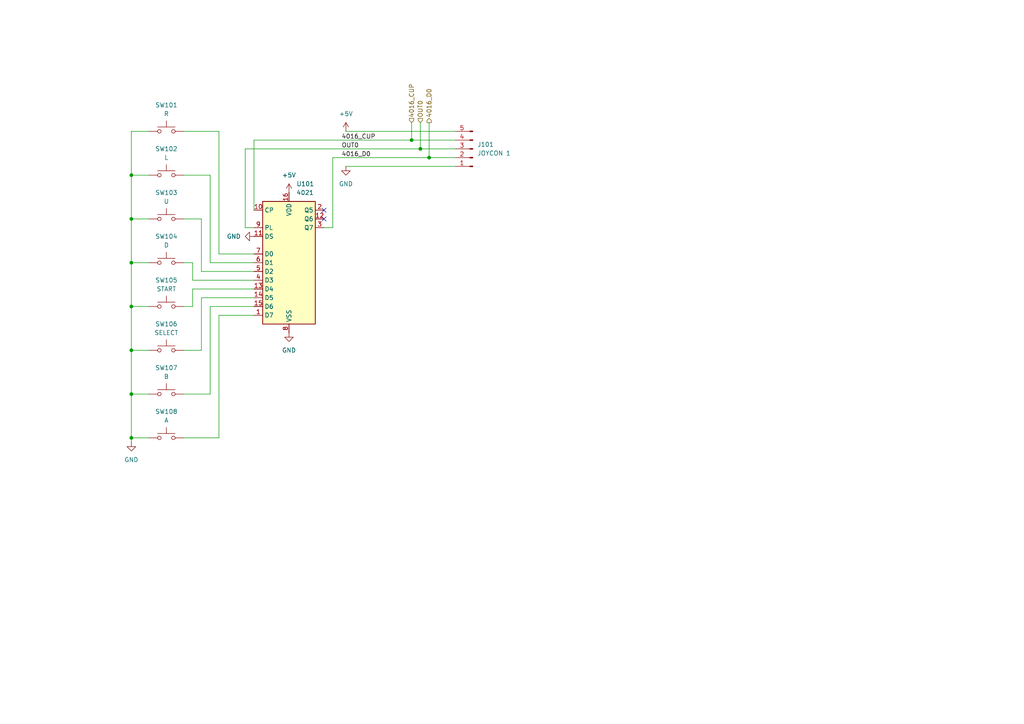
<source format=kicad_sch>
(kicad_sch (version 20250114) (generator "eeschema") (generator_version "9.0")
  (paper "A4")
  (lib_symbols
    (symbol "4xxx:4021"
      (property "Reference" "U" (at -5.08 19.05 0))
      (property "Value" "4021" (at 3.81 19.05 0))
      (symbol "4021_0_1"
        (rectangle (start -7.62 17.78) (end 7.62 -17.78) (stroke (width 0.254)) (fill (type background)))
      )
      (symbol "4021_1_1"
        (pin input line (at -10.16 15.24 0) (length 2.54) (name "CP") (number "10"))
        (pin input line (at -10.16 10.16 0) (length 2.54) (name "PL") (number "9"))
        (pin input line (at -10.16 7.62 0) (length 2.54) (name "DS") (number "11"))
        (pin input line (at -10.16 2.54 0) (length 2.54) (name "D0") (number "7"))
        (pin input line (at -10.16 0 0) (length 2.54) (name "D1") (number "6"))
        (pin input line (at -10.16 -2.54 0) (length 2.54) (name "D2") (number "5"))
        (pin input line (at -10.16 -5.08 0) (length 2.54) (name "D3") (number "4"))
        (pin input line (at -10.16 -7.62 0) (length 2.54) (name "D4") (number "13"))
        (pin input line (at -10.16 -10.16 0) (length 2.54) (name "D5") (number "14"))
        (pin input line (at -10.16 -12.7 0) (length 2.54) (name "D6") (number "15"))
        (pin input line (at -10.16 -15.24 0) (length 2.54) (name "D7") (number "1"))
        (pin power_in line (at 0 20.32 270) (length 2.54) (name "VDD") (number "16"))
        (pin power_in line (at 0 -20.32 90) (length 2.54) (name "VSS") (number "8"))
        (pin output line (at 10.16 15.24 180) (length 2.54) (name "Q5") (number "2"))
        (pin output line (at 10.16 12.7 180) (length 2.54) (name "Q6") (number "12"))
        (pin output line (at 10.16 10.16 180) (length 2.54) (name "Q7") (number "3"))
      )
    )
    (symbol "Connector:Conn_01x05_Pin" (pin_names (offset 1.016) (hide yes))
      (property "Reference" "J" (at 0 7.62 0))
      (property "Value" "Conn_01x05_Pin" (at 0 -7.62 0))
      (symbol "Conn_01x05_Pin_1_1"
        (rectangle (start 0.8636 5.207) (end 0 4.953) (stroke (width 0.1524)) (fill (type outline)))
        (rectangle (start 0.8636 2.667) (end 0 2.413) (stroke (width 0.1524)) (fill (type outline)))
        (rectangle (start 0.8636 0.127) (end 0 -0.127) (stroke (width 0.1524)) (fill (type outline)))
        (rectangle (start 0.8636 -2.413) (end 0 -2.667) (stroke (width 0.1524)) (fill (type outline)))
        (rectangle (start 0.8636 -4.953) (end 0 -5.207) (stroke (width 0.1524)) (fill (type outline)))
        (polyline (pts (xy 1.27 5.08) (xy 0.8636 5.08)) (stroke (width 0.1524)))
        (polyline (pts (xy 1.27 2.54) (xy 0.8636 2.54)) (stroke (width 0.1524)))
        (polyline (pts (xy 1.27 0) (xy 0.8636 0)) (stroke (width 0.1524)))
        (polyline (pts (xy 1.27 -2.54) (xy 0.8636 -2.54)) (stroke (width 0.1524)))
        (polyline (pts (xy 1.27 -5.08) (xy 0.8636 -5.08)) (stroke (width 0.1524)))
        (pin passive line (at 5.08 5.08 180) (length 3.81) (name "Pin_1") (number "1"))
        (pin passive line (at 5.08 2.54 180) (length 3.81) (name "Pin_2") (number "2"))
        (pin passive line (at 5.08 0 180) (length 3.81) (name "Pin_3") (number "3"))
        (pin passive line (at 5.08 -2.54 180) (length 3.81) (name "Pin_4") (number "4"))
        (pin passive line (at 5.08 -5.08 180) (length 3.81) (name "Pin_5") (number "5"))
      )
    )
    (symbol "Switch:SW_Push" (pin_numbers (hide yes)) (pin_names (offset 1.016) (hide yes))
      (property "Reference" "SW" (at 1.27 2.54 0))
      (property "Value" "SW_Push" (at 0 -1.524 0))
      (symbol "SW_Push_0_1"
        (circle (center -2.032 0) (radius 0.508))
        (polyline (pts (xy 0 1.27) (xy 0 3.048)))
        (circle (center 2.032 0) (radius 0.508))
        (polyline (pts (xy 2.54 1.27) (xy -2.54 1.27)))
        (pin passive line (at -5.08 0 0) (length 2.54) (name "1") (number "1"))
        (pin passive line (at 5.08 0 180) (length 2.54) (name "2") (number "2"))
      )
    )
    (symbol "power:+5V" (power) (pin_numbers (hide yes)) (pin_names (offset 0) (hide yes))
      (property "Value" "+5V" (at 0 3.556 0))
      (symbol "+5V_0_1"
        (polyline (pts (xy -0.762 1.27) (xy 0 2.54)))
        (polyline (pts (xy 0 2.54) (xy 0.762 1.27)))
        (polyline (pts (xy 0 0) (xy 0 2.54)))
      )
      (symbol "+5V_1_1"
        (pin power_in line (at 0 0 90) (length 0) (name "~") (number "1"))
      )
    )
    (symbol "power:GND" (power) (pin_numbers (hide yes)) (pin_names (offset 0) (hide yes))
      (property "Value" "GND" (at 0 -3.81 0))
      (symbol "GND_0_1"
        (polyline (pts (xy 0 0) (xy 0 -1.27) (xy 1.27 -1.27) (xy 0 -2.54) (xy -1.27 -1.27) (xy 0 -1.27)))
      )
      (symbol "GND_1_1"
        (pin power_in line (at 0 0 270) (length 0) (name "~") (number "1"))
      )
    )
  )
  (junction (at 38.1 63.5))
  (junction (at 38.1 101.6))
  (junction (at 119.38 40.64))
  (junction (at 38.1 114.3))
  (junction (at 38.1 76.2))
  (junction (at 38.1 50.8))
  (junction (at 38.1 127))
  (junction (at 38.1 88.9))
  (junction (at 121.92 43.18))
  (junction (at 124.46 45.72))
  (no_connect (at 93.98 63.5))
  (no_connect (at 93.98 60.96))
  (wire (pts (xy 121.92 35.56) (xy 121.92 43.18)))
  (wire (pts (xy 38.1 127) (xy 43.18 127)))
  (wire (pts (xy 53.34 38.1) (xy 63.5 38.1)))
  (wire (pts (xy 63.5 127) (xy 63.5 91.44)))
  (wire (pts (xy 58.42 78.74) (xy 73.66 78.74)))
  (wire (pts (xy 60.96 114.3) (xy 60.96 88.9)))
  (wire (pts (xy 124.46 35.56) (xy 124.46 45.72)))
  (wire (pts (xy 71.12 66.04) (xy 71.12 43.18)))
  (wire (pts (xy 100.33 38.1) (xy 132.08 38.1)))
  (wire (pts (xy 38.1 50.8) (xy 43.18 50.8)))
  (wire (pts (xy 53.34 114.3) (xy 60.96 114.3)))
  (wire (pts (xy 96.52 45.72) (xy 124.46 45.72)))
  (wire (pts (xy 38.1 88.9) (xy 43.18 88.9)))
  (wire (pts (xy 100.33 48.26) (xy 132.08 48.26)))
  (wire (pts (xy 53.34 88.9) (xy 55.88 88.9)))
  (wire (pts (xy 38.1 63.5) (xy 38.1 76.2)))
  (wire (pts (xy 55.88 83.82) (xy 73.66 83.82)))
  (wire (pts (xy 53.34 50.8) (xy 60.96 50.8)))
  (wire (pts (xy 38.1 88.9) (xy 38.1 101.6)))
  (wire (pts (xy 60.96 76.2) (xy 73.66 76.2)))
  (wire (pts (xy 71.12 43.18) (xy 121.92 43.18)))
  (wire (pts (xy 55.88 81.28) (xy 55.88 76.2)))
  (wire (pts (xy 58.42 101.6) (xy 58.42 86.36)))
  (wire (pts (xy 96.52 66.04) (xy 96.52 45.72)))
  (wire (pts (xy 63.5 73.66) (xy 73.66 73.66)))
  (wire (pts (xy 38.1 128.27) (xy 38.1 127)))
  (wire (pts (xy 119.38 35.56) (xy 119.38 40.64)))
  (wire (pts (xy 119.38 40.64) (xy 132.08 40.64)))
  (wire (pts (xy 38.1 50.8) (xy 38.1 63.5)))
  (wire (pts (xy 73.66 66.04) (xy 71.12 66.04)))
  (wire (pts (xy 60.96 50.8) (xy 60.96 76.2)))
  (wire (pts (xy 53.34 127) (xy 63.5 127)))
  (wire (pts (xy 38.1 38.1) (xy 38.1 50.8)))
  (wire (pts (xy 73.66 40.64) (xy 119.38 40.64)))
  (wire (pts (xy 93.98 66.04) (xy 96.52 66.04)))
  (wire (pts (xy 124.46 45.72) (xy 132.08 45.72)))
  (wire (pts (xy 53.34 101.6) (xy 58.42 101.6)))
  (wire (pts (xy 63.5 91.44) (xy 73.66 91.44)))
  (wire (pts (xy 38.1 76.2) (xy 38.1 88.9)))
  (wire (pts (xy 121.92 43.18) (xy 132.08 43.18)))
  (wire (pts (xy 53.34 63.5) (xy 58.42 63.5)))
  (wire (pts (xy 53.34 76.2) (xy 55.88 76.2)))
  (wire (pts (xy 58.42 86.36) (xy 73.66 86.36)))
  (wire (pts (xy 58.42 63.5) (xy 58.42 78.74)))
  (wire (pts (xy 73.66 60.96) (xy 73.66 40.64)))
  (wire (pts (xy 63.5 38.1) (xy 63.5 73.66)))
  (wire (pts (xy 38.1 101.6) (xy 38.1 114.3)))
  (wire (pts (xy 38.1 63.5) (xy 43.18 63.5)))
  (wire (pts (xy 43.18 38.1) (xy 38.1 38.1)))
  (wire (pts (xy 38.1 101.6) (xy 43.18 101.6)))
  (wire (pts (xy 60.96 88.9) (xy 73.66 88.9)))
  (wire (pts (xy 55.88 88.9) (xy 55.88 83.82)))
  (wire (pts (xy 55.88 81.28) (xy 73.66 81.28)))
  (wire (pts (xy 38.1 114.3) (xy 43.18 114.3)))
  (wire (pts (xy 38.1 114.3) (xy 38.1 127)))
  (wire (pts (xy 38.1 76.2) (xy 43.18 76.2)))
  (label "OUT0" (at 99.06 43.18 0))
  (label "4016_CUP" (at 99.06 40.64 0))
  (label "4016_D0" (at 99.06 45.72 0))
  (hierarchical_label "4016_CUP" (shape input) (at 119.38 35.56 90))
  (hierarchical_label "OUT0" (shape input) (at 121.92 35.56 90))
  (hierarchical_label "4016_D0" (shape output) (at 124.46 35.56 90))
  (symbol (lib_id "power:GND") (at 73.66 68.58 270) (unit 1)
    (property "Reference" "#PWR085" (effects (hide yes)))
    (property "Value" "GND" (at 69.85 68.5799 90) (effects (justify right)))
    (property "Description" "Power symbol creates a global label with name \"GND\" , ground" (effects (hide yes)))
  )
  (symbol (lib_id "Connector:Conn_01x05_Pin") (at 137.16 43.18 180) (unit 1) (in_bom no) (on_board no)
    (property "Reference" "J101" (at 138.43 41.9099 0) (effects (justify right)))
    (property "Value" "JOYCON 1" (at 138.43 44.4499 0) (effects (justify right)))
    (property "Description" "Generic connector, single row, 01x05, script generated" (effects (hide yes)))
  )
  (symbol (lib_id "Switch:SW_Push") (at 48.26 101.6 0) (unit 1) (in_bom no) (on_board no)
    (property "Reference" "SW106" (at 48.26 93.98 0))
    (property "Value" "SELECT" (at 48.26 96.52 0))
    (property "Description" "Push button switch, generic, two pins" (effects (hide yes)))
  )
  (symbol (lib_id "Switch:SW_Push") (at 48.26 63.5 0) (unit 1) (in_bom no) (on_board no)
    (property "Reference" "SW103" (at 48.26 55.88 0))
    (property "Value" "U" (at 48.26 58.42 0))
    (property "Description" "Push button switch, generic, two pins" (effects (hide yes)))
  )
  (symbol (lib_id "Switch:SW_Push") (at 48.26 127 0) (unit 1) (in_bom no) (on_board no)
    (property "Reference" "SW108" (at 48.26 119.38 0))
    (property "Value" "A" (at 48.26 121.92 0))
    (property "Description" "Push button switch, generic, two pins" (effects (hide yes)))
  )
  (symbol (lib_id "power:+5V") (at 100.33 38.1 0) (unit 1)
    (property "Reference" "#PWR088" (effects (hide yes)))
    (property "Value" "+5V" (at 100.33 33.02 0))
    (property "Description" "Power symbol creates a global label with name \"+5V\"" (effects (hide yes)))
  )
  (symbol (lib_id "Switch:SW_Push") (at 48.26 114.3 0) (unit 1) (in_bom no) (on_board no)
    (property "Reference" "SW107" (at 48.26 106.68 0))
    (property "Value" "B" (at 48.26 109.22 0))
    (property "Description" "Push button switch, generic, two pins" (effects (hide yes)))
  )
  (symbol (lib_id "power:+5V") (at 83.82 55.88 0) (unit 1)
    (property "Reference" "#PWR086" (effects (hide yes)))
    (property "Value" "+5V" (at 83.82 50.8 0))
    (property "Description" "Power symbol creates a global label with name \"+5V\"" (effects (hide yes)))
  )
  (symbol (lib_id "Switch:SW_Push") (at 48.26 38.1 0) (unit 1) (in_bom no) (on_board no)
    (property "Reference" "SW101" (at 48.26 30.48 0))
    (property "Value" "R" (at 48.26 33.02 0))
    (property "Description" "Push button switch, generic, two pins" (effects (hide yes)))
  )
  (symbol (lib_id "Switch:SW_Push") (at 48.26 76.2 0) (unit 1) (in_bom no) (on_board no)
    (property "Reference" "SW104" (at 48.26 68.58 0))
    (property "Value" "D" (at 48.26 71.12 0))
    (property "Description" "Push button switch, generic, two pins" (effects (hide yes)))
  )
  (symbol (lib_id "Switch:SW_Push") (at 48.26 88.9 0) (unit 1) (in_bom no) (on_board no)
    (property "Reference" "SW105" (at 48.26 81.28 0))
    (property "Value" "START" (at 48.26 83.82 0))
    (property "Description" "Push button switch, generic, two pins" (effects (hide yes)))
  )
  (symbol (lib_id "Switch:SW_Push") (at 48.26 50.8 0) (unit 1) (in_bom no) (on_board no)
    (property "Reference" "SW102" (at 48.26 43.18 0))
    (property "Value" "L" (at 48.26 45.72 0))
    (property "Description" "Push button switch, generic, two pins" (effects (hide yes)))
  )
  (symbol (lib_id "power:GND") (at 100.33 48.26 0) (unit 1)
    (property "Reference" "#PWR089" (effects (hide yes)))
    (property "Value" "GND" (at 100.33 53.34 0))
    (property "Description" "Power symbol creates a global label with name \"GND\" , ground" (effects (hide yes)))
  )
  (symbol (lib_id "4xxx:4021") (at 83.82 76.2 0) (unit 1) (in_bom no) (on_board no)
    (property "Reference" "U101" (at 85.9633 53.34 0) (effects (justify left)))
    (property "Value" "4021" (at 85.9633 55.88 0) (effects (justify left)))
    (property "Footprint" "Package_DIP:DIP-16_W7.62mm" (effects (hide yes)))
    (property "Datasheet" "https://assets.nexperia.com/documents/data-sheet/HEF4021B.pdf" (effects (hide yes)))
    (property "Description" "8-bit static shift register" (effects (hide yes)))
  )
  (symbol (lib_id "power:GND") (at 83.82 96.52 0) (unit 1)
    (property "Reference" "#PWR087" (effects (hide yes)))
    (property "Value" "GND" (at 83.82 101.6 0))
    (property "Description" "Power symbol creates a global label with name \"GND\" , ground" (effects (hide yes)))
  )
  (symbol (lib_id "power:GND") (at 38.1 128.27 0) (unit 1)
    (property "Reference" "#PWR084" (effects (hide yes)))
    (property "Value" "GND" (at 38.1 133.35 0))
    (property "Description" "Power symbol creates a global label with name \"GND\" , ground" (effects (hide yes)))
  )
)
</source>
